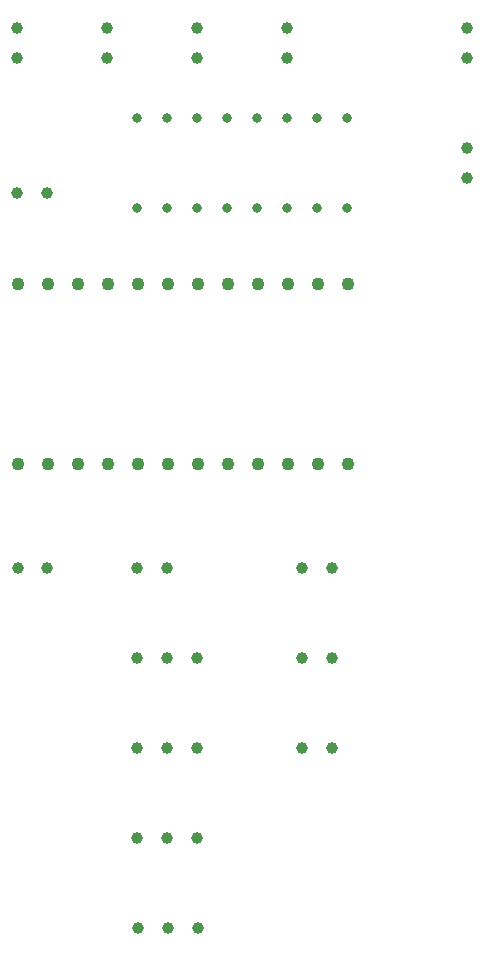
<source format=gbr>
%TF.GenerationSoftware,KiCad,Pcbnew,(5.1.4)-1*%
%TF.CreationDate,2019-11-27T14:19:09+02:00*%
%TF.ProjectId,DIVA_promicro,44495641-5f70-4726-9f6d-6963726f2e6b,rev?*%
%TF.SameCoordinates,Original*%
%TF.FileFunction,Plated,1,2,PTH,Drill*%
%TF.FilePolarity,Positive*%
%FSLAX46Y46*%
G04 Gerber Fmt 4.6, Leading zero omitted, Abs format (unit mm)*
G04 Created by KiCad (PCBNEW (5.1.4)-1) date 2019-11-27 14:19:09*
%MOMM*%
%LPD*%
G04 APERTURE LIST*
%TA.AperFunction,ComponentDrill*%
%ADD10C,0.800000*%
%TD*%
%TA.AperFunction,ComponentDrill*%
%ADD11C,1.000000*%
%TD*%
%TA.AperFunction,ComponentDrill*%
%ADD12C,1.100000*%
%TD*%
G04 APERTURE END LIST*
D10*
%TO.C,ULN2003AN*%
X121920000Y-45720000D03*
X121920000Y-53340000D03*
X124460000Y-45720000D03*
X124460000Y-53340000D03*
X127000000Y-45720000D03*
X127000000Y-53340000D03*
X129540000Y-45720000D03*
X129540000Y-53340000D03*
X132080000Y-45720000D03*
X132080000Y-53340000D03*
X134620000Y-45720000D03*
X134620000Y-53340000D03*
X137160000Y-45720000D03*
X137160000Y-53340000D03*
X139700000Y-45720000D03*
X139700000Y-53340000D03*
D11*
%TO.C,J12*%
X119380000Y-38100000D03*
X119380000Y-40640000D03*
%TO.C,J14*%
X134620000Y-38100000D03*
X134620000Y-40640000D03*
%TO.C,J15*%
X149860000Y-38100000D03*
X149860000Y-40640000D03*
%TO.C,Cross*%
X121920000Y-99060000D03*
X124460000Y-99060000D03*
X127000000Y-99060000D03*
%TO.C,J13*%
X127000000Y-38100000D03*
X127000000Y-40640000D03*
%TO.C,12V IN*%
X149860000Y-48260000D03*
X149860000Y-50800000D03*
%TO.C,R*%
X135890000Y-91440000D03*
X138430000Y-91440000D03*
%TO.C,SCL|SDA*%
X121920000Y-83820000D03*
X124460000Y-83820000D03*
%TO.C,Triangle*%
X122000000Y-114300000D03*
X124540000Y-114300000D03*
X127080000Y-114300000D03*
%TO.C,J10*%
X111760000Y-52070000D03*
X114300000Y-52070000D03*
%TO.C,Square*%
X121920000Y-91440000D03*
X124460000Y-91440000D03*
X127000000Y-91440000D03*
%TO.C,J11*%
X111760000Y-38100000D03*
X111760000Y-40640000D03*
%TO.C,L*%
X135890000Y-83820000D03*
X138430000Y-83820000D03*
%TO.C,Circle*%
X121920000Y-106680000D03*
X124460000Y-106680000D03*
X127000000Y-106680000D03*
%TO.C,LED*%
X114300000Y-83820000D03*
%TO.C,J7*%
X111770000Y-83820000D03*
%TO.C,Start*%
X135890000Y-99060000D03*
X138430000Y-99060000D03*
D12*
%TO.C,Arduino ProMicro 5V/16MHz*%
X111835001Y-59765001D03*
X111835001Y-75005001D03*
X114375001Y-59765001D03*
X114375001Y-75005001D03*
X116915001Y-59765001D03*
X116915001Y-75005001D03*
X119455001Y-59765001D03*
X119455001Y-75005001D03*
X121995001Y-59765001D03*
X121995001Y-75005001D03*
X124535001Y-59765001D03*
X124535001Y-75005001D03*
X127075001Y-59765001D03*
X127075001Y-75005001D03*
X129615001Y-59765001D03*
X129615001Y-75005001D03*
X132155001Y-59765001D03*
X132155001Y-75005001D03*
X134695001Y-59765001D03*
X134695001Y-75005001D03*
X137235001Y-59765001D03*
X137235001Y-75005001D03*
X139775001Y-59765001D03*
X139775001Y-75005001D03*
M02*

</source>
